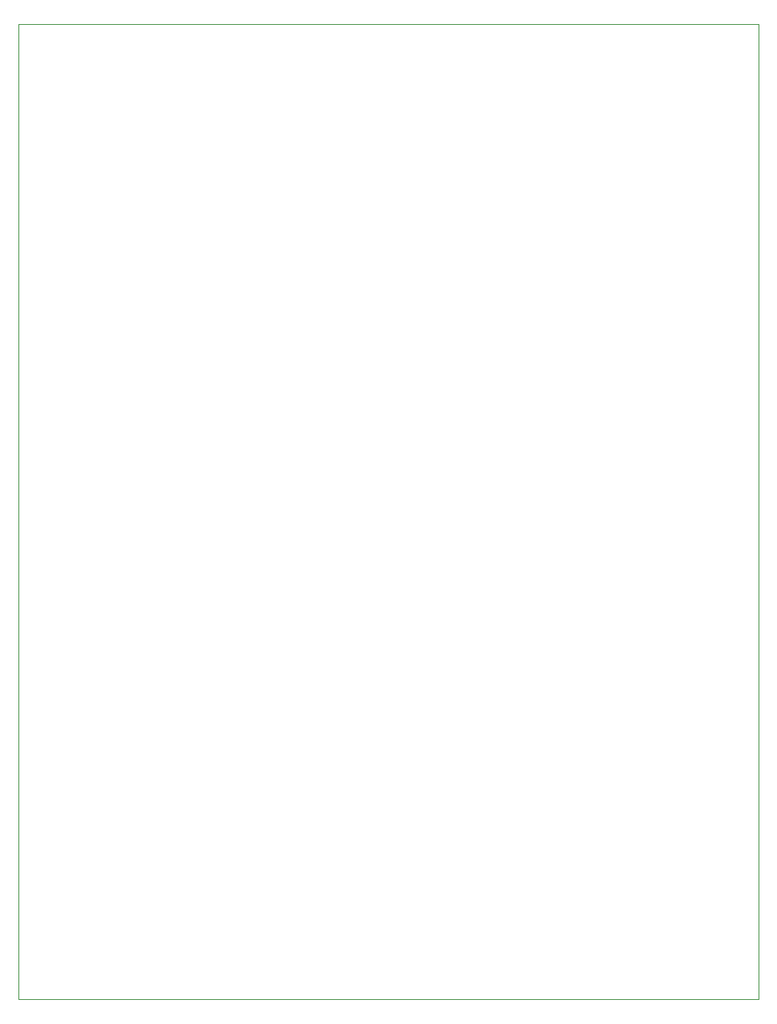
<source format=gbr>
%TF.GenerationSoftware,KiCad,Pcbnew,(6.0.11-0)*%
%TF.CreationDate,2023-03-06T22:39:13+01:00*%
%TF.ProjectId,grids,67726964-732e-46b6-9963-61645f706362,rev?*%
%TF.SameCoordinates,Original*%
%TF.FileFunction,Profile,NP*%
%FSLAX46Y46*%
G04 Gerber Fmt 4.6, Leading zero omitted, Abs format (unit mm)*
G04 Created by KiCad (PCBNEW (6.0.11-0)) date 2023-03-06 22:39:13*
%MOMM*%
%LPD*%
G01*
G04 APERTURE LIST*
%TA.AperFunction,Profile*%
%ADD10C,0.050000*%
%TD*%
G04 APERTURE END LIST*
D10*
X187543600Y-156438600D02*
X187543600Y-53568600D01*
X187543600Y-53568600D02*
X109458600Y-53568600D01*
X109458600Y-156438600D02*
X187543600Y-156438600D01*
X109458600Y-53568600D02*
X109458600Y-156438600D01*
M02*

</source>
